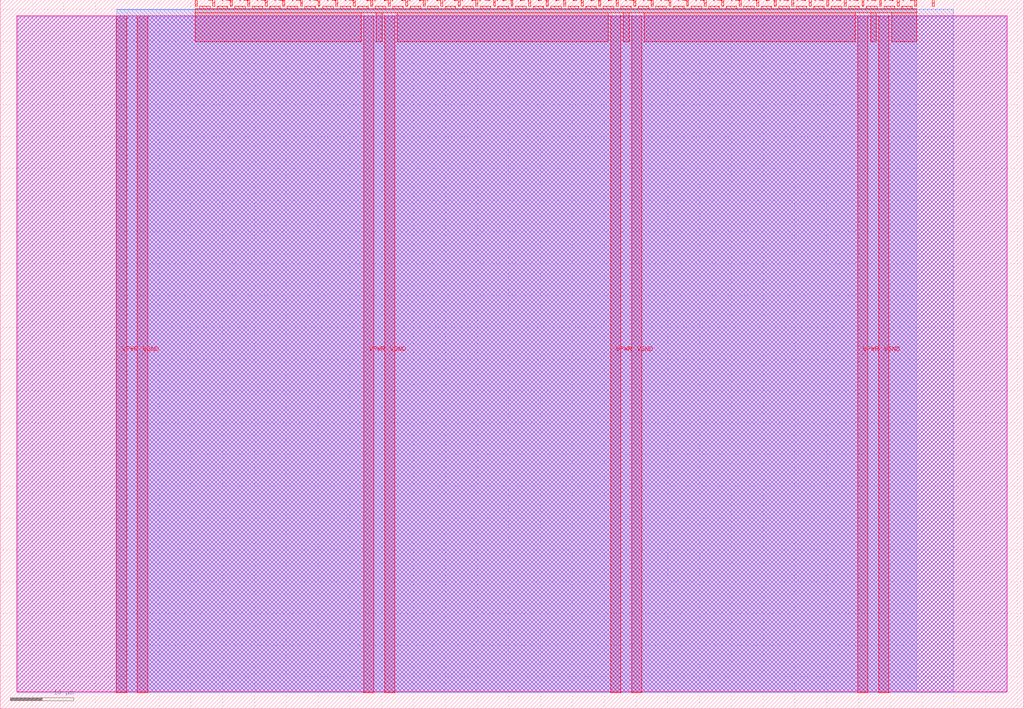
<source format=lef>
VERSION 5.7 ;
  NOWIREEXTENSIONATPIN ON ;
  DIVIDERCHAR "/" ;
  BUSBITCHARS "[]" ;
MACRO tt_um_andyshor_demux
  CLASS BLOCK ;
  FOREIGN tt_um_andyshor_demux ;
  ORIGIN 0.000 0.000 ;
  SIZE 161.000 BY 111.520 ;
  PIN VGND
    DIRECTION INOUT ;
    USE GROUND ;
    PORT
      LAYER met4 ;
        RECT 21.580 2.480 23.180 109.040 ;
    END
    PORT
      LAYER met4 ;
        RECT 60.450 2.480 62.050 109.040 ;
    END
    PORT
      LAYER met4 ;
        RECT 99.320 2.480 100.920 109.040 ;
    END
    PORT
      LAYER met4 ;
        RECT 138.190 2.480 139.790 109.040 ;
    END
  END VGND
  PIN VPWR
    DIRECTION INOUT ;
    USE POWER ;
    PORT
      LAYER met4 ;
        RECT 18.280 2.480 19.880 109.040 ;
    END
    PORT
      LAYER met4 ;
        RECT 57.150 2.480 58.750 109.040 ;
    END
    PORT
      LAYER met4 ;
        RECT 96.020 2.480 97.620 109.040 ;
    END
    PORT
      LAYER met4 ;
        RECT 134.890 2.480 136.490 109.040 ;
    END
  END VPWR
  PIN clk
    DIRECTION INPUT ;
    USE SIGNAL ;
    ANTENNAGATEAREA 0.852000 ;
    PORT
      LAYER met4 ;
        RECT 143.830 110.520 144.130 111.520 ;
    END
  END clk
  PIN ena
    DIRECTION INPUT ;
    USE SIGNAL ;
    PORT
      LAYER met4 ;
        RECT 146.590 110.520 146.890 111.520 ;
    END
  END ena
  PIN rst_n
    DIRECTION INPUT ;
    USE SIGNAL ;
    ANTENNAGATEAREA 0.213000 ;
    PORT
      LAYER met4 ;
        RECT 141.070 110.520 141.370 111.520 ;
    END
  END rst_n
  PIN ui_in[0]
    DIRECTION INPUT ;
    USE SIGNAL ;
    PORT
      LAYER met4 ;
        RECT 138.310 110.520 138.610 111.520 ;
    END
  END ui_in[0]
  PIN ui_in[1]
    DIRECTION INPUT ;
    USE SIGNAL ;
    PORT
      LAYER met4 ;
        RECT 135.550 110.520 135.850 111.520 ;
    END
  END ui_in[1]
  PIN ui_in[2]
    DIRECTION INPUT ;
    USE SIGNAL ;
    PORT
      LAYER met4 ;
        RECT 132.790 110.520 133.090 111.520 ;
    END
  END ui_in[2]
  PIN ui_in[3]
    DIRECTION INPUT ;
    USE SIGNAL ;
    PORT
      LAYER met4 ;
        RECT 130.030 110.520 130.330 111.520 ;
    END
  END ui_in[3]
  PIN ui_in[4]
    DIRECTION INPUT ;
    USE SIGNAL ;
    PORT
      LAYER met4 ;
        RECT 127.270 110.520 127.570 111.520 ;
    END
  END ui_in[4]
  PIN ui_in[5]
    DIRECTION INPUT ;
    USE SIGNAL ;
    PORT
      LAYER met4 ;
        RECT 124.510 110.520 124.810 111.520 ;
    END
  END ui_in[5]
  PIN ui_in[6]
    DIRECTION INPUT ;
    USE SIGNAL ;
    PORT
      LAYER met4 ;
        RECT 121.750 110.520 122.050 111.520 ;
    END
  END ui_in[6]
  PIN ui_in[7]
    DIRECTION INPUT ;
    USE SIGNAL ;
    PORT
      LAYER met4 ;
        RECT 118.990 110.520 119.290 111.520 ;
    END
  END ui_in[7]
  PIN uio_in[0]
    DIRECTION INPUT ;
    USE SIGNAL ;
    PORT
      LAYER met4 ;
        RECT 116.230 110.520 116.530 111.520 ;
    END
  END uio_in[0]
  PIN uio_in[1]
    DIRECTION INPUT ;
    USE SIGNAL ;
    PORT
      LAYER met4 ;
        RECT 113.470 110.520 113.770 111.520 ;
    END
  END uio_in[1]
  PIN uio_in[2]
    DIRECTION INPUT ;
    USE SIGNAL ;
    PORT
      LAYER met4 ;
        RECT 110.710 110.520 111.010 111.520 ;
    END
  END uio_in[2]
  PIN uio_in[3]
    DIRECTION INPUT ;
    USE SIGNAL ;
    PORT
      LAYER met4 ;
        RECT 107.950 110.520 108.250 111.520 ;
    END
  END uio_in[3]
  PIN uio_in[4]
    DIRECTION INPUT ;
    USE SIGNAL ;
    PORT
      LAYER met4 ;
        RECT 105.190 110.520 105.490 111.520 ;
    END
  END uio_in[4]
  PIN uio_in[5]
    DIRECTION INPUT ;
    USE SIGNAL ;
    PORT
      LAYER met4 ;
        RECT 102.430 110.520 102.730 111.520 ;
    END
  END uio_in[5]
  PIN uio_in[6]
    DIRECTION INPUT ;
    USE SIGNAL ;
    PORT
      LAYER met4 ;
        RECT 99.670 110.520 99.970 111.520 ;
    END
  END uio_in[6]
  PIN uio_in[7]
    DIRECTION INPUT ;
    USE SIGNAL ;
    PORT
      LAYER met4 ;
        RECT 96.910 110.520 97.210 111.520 ;
    END
  END uio_in[7]
  PIN uio_oe[0]
    DIRECTION OUTPUT ;
    USE SIGNAL ;
    PORT
      LAYER met4 ;
        RECT 49.990 110.520 50.290 111.520 ;
    END
  END uio_oe[0]
  PIN uio_oe[1]
    DIRECTION OUTPUT ;
    USE SIGNAL ;
    PORT
      LAYER met4 ;
        RECT 47.230 110.520 47.530 111.520 ;
    END
  END uio_oe[1]
  PIN uio_oe[2]
    DIRECTION OUTPUT ;
    USE SIGNAL ;
    PORT
      LAYER met4 ;
        RECT 44.470 110.520 44.770 111.520 ;
    END
  END uio_oe[2]
  PIN uio_oe[3]
    DIRECTION OUTPUT ;
    USE SIGNAL ;
    PORT
      LAYER met4 ;
        RECT 41.710 110.520 42.010 111.520 ;
    END
  END uio_oe[3]
  PIN uio_oe[4]
    DIRECTION OUTPUT ;
    USE SIGNAL ;
    PORT
      LAYER met4 ;
        RECT 38.950 110.520 39.250 111.520 ;
    END
  END uio_oe[4]
  PIN uio_oe[5]
    DIRECTION OUTPUT ;
    USE SIGNAL ;
    PORT
      LAYER met4 ;
        RECT 36.190 110.520 36.490 111.520 ;
    END
  END uio_oe[5]
  PIN uio_oe[6]
    DIRECTION OUTPUT ;
    USE SIGNAL ;
    PORT
      LAYER met4 ;
        RECT 33.430 110.520 33.730 111.520 ;
    END
  END uio_oe[6]
  PIN uio_oe[7]
    DIRECTION OUTPUT ;
    USE SIGNAL ;
    PORT
      LAYER met4 ;
        RECT 30.670 110.520 30.970 111.520 ;
    END
  END uio_oe[7]
  PIN uio_out[0]
    DIRECTION OUTPUT ;
    USE SIGNAL ;
    PORT
      LAYER met4 ;
        RECT 72.070 110.520 72.370 111.520 ;
    END
  END uio_out[0]
  PIN uio_out[1]
    DIRECTION OUTPUT ;
    USE SIGNAL ;
    PORT
      LAYER met4 ;
        RECT 69.310 110.520 69.610 111.520 ;
    END
  END uio_out[1]
  PIN uio_out[2]
    DIRECTION OUTPUT ;
    USE SIGNAL ;
    PORT
      LAYER met4 ;
        RECT 66.550 110.520 66.850 111.520 ;
    END
  END uio_out[2]
  PIN uio_out[3]
    DIRECTION OUTPUT ;
    USE SIGNAL ;
    PORT
      LAYER met4 ;
        RECT 63.790 110.520 64.090 111.520 ;
    END
  END uio_out[3]
  PIN uio_out[4]
    DIRECTION OUTPUT ;
    USE SIGNAL ;
    PORT
      LAYER met4 ;
        RECT 61.030 110.520 61.330 111.520 ;
    END
  END uio_out[4]
  PIN uio_out[5]
    DIRECTION OUTPUT ;
    USE SIGNAL ;
    PORT
      LAYER met4 ;
        RECT 58.270 110.520 58.570 111.520 ;
    END
  END uio_out[5]
  PIN uio_out[6]
    DIRECTION OUTPUT ;
    USE SIGNAL ;
    PORT
      LAYER met4 ;
        RECT 55.510 110.520 55.810 111.520 ;
    END
  END uio_out[6]
  PIN uio_out[7]
    DIRECTION OUTPUT ;
    USE SIGNAL ;
    PORT
      LAYER met4 ;
        RECT 52.750 110.520 53.050 111.520 ;
    END
  END uio_out[7]
  PIN uo_out[0]
    DIRECTION OUTPUT ;
    USE SIGNAL ;
    PORT
      LAYER met4 ;
        RECT 94.150 110.520 94.450 111.520 ;
    END
  END uo_out[0]
  PIN uo_out[1]
    DIRECTION OUTPUT ;
    USE SIGNAL ;
    ANTENNADIFFAREA 0.445500 ;
    PORT
      LAYER met4 ;
        RECT 91.390 110.520 91.690 111.520 ;
    END
  END uo_out[1]
  PIN uo_out[2]
    DIRECTION OUTPUT ;
    USE SIGNAL ;
    ANTENNADIFFAREA 0.445500 ;
    PORT
      LAYER met4 ;
        RECT 88.630 110.520 88.930 111.520 ;
    END
  END uo_out[2]
  PIN uo_out[3]
    DIRECTION OUTPUT ;
    USE SIGNAL ;
    ANTENNAGATEAREA 0.994500 ;
    ANTENNADIFFAREA 0.891000 ;
    PORT
      LAYER met4 ;
        RECT 85.870 110.520 86.170 111.520 ;
    END
  END uo_out[3]
  PIN uo_out[4]
    DIRECTION OUTPUT ;
    USE SIGNAL ;
    ANTENNAGATEAREA 0.621000 ;
    ANTENNADIFFAREA 0.891000 ;
    PORT
      LAYER met4 ;
        RECT 83.110 110.520 83.410 111.520 ;
    END
  END uo_out[4]
  PIN uo_out[5]
    DIRECTION OUTPUT ;
    USE SIGNAL ;
    ANTENNAGATEAREA 0.747000 ;
    ANTENNADIFFAREA 0.891000 ;
    PORT
      LAYER met4 ;
        RECT 80.350 110.520 80.650 111.520 ;
    END
  END uo_out[5]
  PIN uo_out[6]
    DIRECTION OUTPUT ;
    USE SIGNAL ;
    ANTENNAGATEAREA 0.621000 ;
    ANTENNADIFFAREA 0.891000 ;
    PORT
      LAYER met4 ;
        RECT 77.590 110.520 77.890 111.520 ;
    END
  END uo_out[6]
  PIN uo_out[7]
    DIRECTION OUTPUT ;
    USE SIGNAL ;
    ANTENNAGATEAREA 0.495000 ;
    ANTENNADIFFAREA 0.445500 ;
    PORT
      LAYER met4 ;
        RECT 74.830 110.520 75.130 111.520 ;
    END
  END uo_out[7]
  OBS
      LAYER nwell ;
        RECT 2.570 2.635 158.430 108.990 ;
      LAYER li1 ;
        RECT 2.760 2.635 158.240 108.885 ;
      LAYER met1 ;
        RECT 2.760 2.480 158.240 109.040 ;
      LAYER met2 ;
        RECT 18.310 2.535 149.860 110.005 ;
      LAYER met3 ;
        RECT 18.290 2.555 144.170 109.985 ;
      LAYER met4 ;
        RECT 31.370 110.120 33.030 110.520 ;
        RECT 34.130 110.120 35.790 110.520 ;
        RECT 36.890 110.120 38.550 110.520 ;
        RECT 39.650 110.120 41.310 110.520 ;
        RECT 42.410 110.120 44.070 110.520 ;
        RECT 45.170 110.120 46.830 110.520 ;
        RECT 47.930 110.120 49.590 110.520 ;
        RECT 50.690 110.120 52.350 110.520 ;
        RECT 53.450 110.120 55.110 110.520 ;
        RECT 56.210 110.120 57.870 110.520 ;
        RECT 58.970 110.120 60.630 110.520 ;
        RECT 61.730 110.120 63.390 110.520 ;
        RECT 64.490 110.120 66.150 110.520 ;
        RECT 67.250 110.120 68.910 110.520 ;
        RECT 70.010 110.120 71.670 110.520 ;
        RECT 72.770 110.120 74.430 110.520 ;
        RECT 75.530 110.120 77.190 110.520 ;
        RECT 78.290 110.120 79.950 110.520 ;
        RECT 81.050 110.120 82.710 110.520 ;
        RECT 83.810 110.120 85.470 110.520 ;
        RECT 86.570 110.120 88.230 110.520 ;
        RECT 89.330 110.120 90.990 110.520 ;
        RECT 92.090 110.120 93.750 110.520 ;
        RECT 94.850 110.120 96.510 110.520 ;
        RECT 97.610 110.120 99.270 110.520 ;
        RECT 100.370 110.120 102.030 110.520 ;
        RECT 103.130 110.120 104.790 110.520 ;
        RECT 105.890 110.120 107.550 110.520 ;
        RECT 108.650 110.120 110.310 110.520 ;
        RECT 111.410 110.120 113.070 110.520 ;
        RECT 114.170 110.120 115.830 110.520 ;
        RECT 116.930 110.120 118.590 110.520 ;
        RECT 119.690 110.120 121.350 110.520 ;
        RECT 122.450 110.120 124.110 110.520 ;
        RECT 125.210 110.120 126.870 110.520 ;
        RECT 127.970 110.120 129.630 110.520 ;
        RECT 130.730 110.120 132.390 110.520 ;
        RECT 133.490 110.120 135.150 110.520 ;
        RECT 136.250 110.120 137.910 110.520 ;
        RECT 139.010 110.120 140.670 110.520 ;
        RECT 141.770 110.120 143.430 110.520 ;
        RECT 30.655 109.440 144.145 110.120 ;
        RECT 30.655 104.895 56.750 109.440 ;
        RECT 59.150 104.895 60.050 109.440 ;
        RECT 62.450 104.895 95.620 109.440 ;
        RECT 98.020 104.895 98.920 109.440 ;
        RECT 101.320 104.895 134.490 109.440 ;
        RECT 136.890 104.895 137.790 109.440 ;
        RECT 140.190 104.895 144.145 109.440 ;
  END
END tt_um_andyshor_demux
END LIBRARY


</source>
